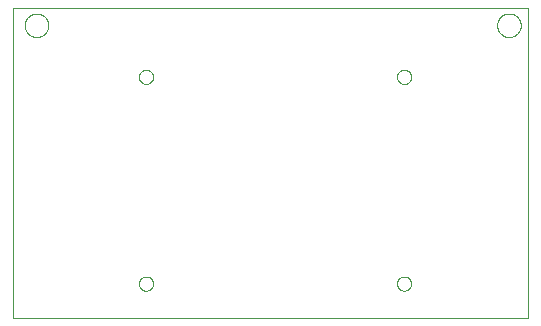
<source format=gbp>
G75*
%MOIN*%
%OFA0B0*%
%FSLAX25Y25*%
%IPPOS*%
%LPD*%
%AMOC8*
5,1,8,0,0,1.08239X$1,22.5*
%
%ADD10C,0.00000*%
D10*
X0003246Y0001374D02*
X0175057Y0001374D01*
X0175057Y0104917D01*
X0003246Y0104917D01*
X0003246Y0001374D01*
X0045246Y0012917D02*
X0045248Y0013014D01*
X0045254Y0013111D01*
X0045264Y0013207D01*
X0045278Y0013303D01*
X0045296Y0013399D01*
X0045317Y0013493D01*
X0045343Y0013587D01*
X0045372Y0013679D01*
X0045406Y0013770D01*
X0045442Y0013860D01*
X0045483Y0013948D01*
X0045527Y0014034D01*
X0045575Y0014119D01*
X0045626Y0014201D01*
X0045680Y0014282D01*
X0045738Y0014360D01*
X0045799Y0014435D01*
X0045862Y0014508D01*
X0045929Y0014579D01*
X0045999Y0014646D01*
X0046071Y0014711D01*
X0046146Y0014772D01*
X0046224Y0014831D01*
X0046303Y0014886D01*
X0046385Y0014938D01*
X0046469Y0014986D01*
X0046555Y0015031D01*
X0046643Y0015073D01*
X0046732Y0015111D01*
X0046823Y0015145D01*
X0046915Y0015175D01*
X0047008Y0015202D01*
X0047103Y0015224D01*
X0047198Y0015243D01*
X0047294Y0015258D01*
X0047390Y0015269D01*
X0047487Y0015276D01*
X0047584Y0015279D01*
X0047681Y0015278D01*
X0047778Y0015273D01*
X0047874Y0015264D01*
X0047970Y0015251D01*
X0048066Y0015234D01*
X0048161Y0015213D01*
X0048254Y0015189D01*
X0048347Y0015160D01*
X0048439Y0015128D01*
X0048529Y0015092D01*
X0048617Y0015053D01*
X0048704Y0015009D01*
X0048789Y0014963D01*
X0048872Y0014912D01*
X0048953Y0014859D01*
X0049031Y0014802D01*
X0049108Y0014742D01*
X0049181Y0014679D01*
X0049252Y0014613D01*
X0049320Y0014544D01*
X0049386Y0014472D01*
X0049448Y0014398D01*
X0049507Y0014321D01*
X0049563Y0014242D01*
X0049616Y0014160D01*
X0049666Y0014077D01*
X0049711Y0013991D01*
X0049754Y0013904D01*
X0049793Y0013815D01*
X0049828Y0013725D01*
X0049859Y0013633D01*
X0049886Y0013540D01*
X0049910Y0013446D01*
X0049930Y0013351D01*
X0049946Y0013255D01*
X0049958Y0013159D01*
X0049966Y0013062D01*
X0049970Y0012965D01*
X0049970Y0012869D01*
X0049966Y0012772D01*
X0049958Y0012675D01*
X0049946Y0012579D01*
X0049930Y0012483D01*
X0049910Y0012388D01*
X0049886Y0012294D01*
X0049859Y0012201D01*
X0049828Y0012109D01*
X0049793Y0012019D01*
X0049754Y0011930D01*
X0049711Y0011843D01*
X0049666Y0011757D01*
X0049616Y0011674D01*
X0049563Y0011592D01*
X0049507Y0011513D01*
X0049448Y0011436D01*
X0049386Y0011362D01*
X0049320Y0011290D01*
X0049252Y0011221D01*
X0049181Y0011155D01*
X0049108Y0011092D01*
X0049031Y0011032D01*
X0048953Y0010975D01*
X0048872Y0010922D01*
X0048789Y0010871D01*
X0048704Y0010825D01*
X0048617Y0010781D01*
X0048529Y0010742D01*
X0048439Y0010706D01*
X0048347Y0010674D01*
X0048254Y0010645D01*
X0048161Y0010621D01*
X0048066Y0010600D01*
X0047970Y0010583D01*
X0047874Y0010570D01*
X0047778Y0010561D01*
X0047681Y0010556D01*
X0047584Y0010555D01*
X0047487Y0010558D01*
X0047390Y0010565D01*
X0047294Y0010576D01*
X0047198Y0010591D01*
X0047103Y0010610D01*
X0047008Y0010632D01*
X0046915Y0010659D01*
X0046823Y0010689D01*
X0046732Y0010723D01*
X0046643Y0010761D01*
X0046555Y0010803D01*
X0046469Y0010848D01*
X0046385Y0010896D01*
X0046303Y0010948D01*
X0046224Y0011003D01*
X0046146Y0011062D01*
X0046071Y0011123D01*
X0045999Y0011188D01*
X0045929Y0011255D01*
X0045862Y0011326D01*
X0045799Y0011399D01*
X0045738Y0011474D01*
X0045680Y0011552D01*
X0045626Y0011633D01*
X0045575Y0011715D01*
X0045527Y0011800D01*
X0045483Y0011886D01*
X0045442Y0011974D01*
X0045406Y0012064D01*
X0045372Y0012155D01*
X0045343Y0012247D01*
X0045317Y0012341D01*
X0045296Y0012435D01*
X0045278Y0012531D01*
X0045264Y0012627D01*
X0045254Y0012723D01*
X0045248Y0012820D01*
X0045246Y0012917D01*
X0131270Y0012917D02*
X0131272Y0013014D01*
X0131278Y0013111D01*
X0131288Y0013207D01*
X0131302Y0013303D01*
X0131320Y0013399D01*
X0131341Y0013493D01*
X0131367Y0013587D01*
X0131396Y0013679D01*
X0131430Y0013770D01*
X0131466Y0013860D01*
X0131507Y0013948D01*
X0131551Y0014034D01*
X0131599Y0014119D01*
X0131650Y0014201D01*
X0131704Y0014282D01*
X0131762Y0014360D01*
X0131823Y0014435D01*
X0131886Y0014508D01*
X0131953Y0014579D01*
X0132023Y0014646D01*
X0132095Y0014711D01*
X0132170Y0014772D01*
X0132248Y0014831D01*
X0132327Y0014886D01*
X0132409Y0014938D01*
X0132493Y0014986D01*
X0132579Y0015031D01*
X0132667Y0015073D01*
X0132756Y0015111D01*
X0132847Y0015145D01*
X0132939Y0015175D01*
X0133032Y0015202D01*
X0133127Y0015224D01*
X0133222Y0015243D01*
X0133318Y0015258D01*
X0133414Y0015269D01*
X0133511Y0015276D01*
X0133608Y0015279D01*
X0133705Y0015278D01*
X0133802Y0015273D01*
X0133898Y0015264D01*
X0133994Y0015251D01*
X0134090Y0015234D01*
X0134185Y0015213D01*
X0134278Y0015189D01*
X0134371Y0015160D01*
X0134463Y0015128D01*
X0134553Y0015092D01*
X0134641Y0015053D01*
X0134728Y0015009D01*
X0134813Y0014963D01*
X0134896Y0014912D01*
X0134977Y0014859D01*
X0135055Y0014802D01*
X0135132Y0014742D01*
X0135205Y0014679D01*
X0135276Y0014613D01*
X0135344Y0014544D01*
X0135410Y0014472D01*
X0135472Y0014398D01*
X0135531Y0014321D01*
X0135587Y0014242D01*
X0135640Y0014160D01*
X0135690Y0014077D01*
X0135735Y0013991D01*
X0135778Y0013904D01*
X0135817Y0013815D01*
X0135852Y0013725D01*
X0135883Y0013633D01*
X0135910Y0013540D01*
X0135934Y0013446D01*
X0135954Y0013351D01*
X0135970Y0013255D01*
X0135982Y0013159D01*
X0135990Y0013062D01*
X0135994Y0012965D01*
X0135994Y0012869D01*
X0135990Y0012772D01*
X0135982Y0012675D01*
X0135970Y0012579D01*
X0135954Y0012483D01*
X0135934Y0012388D01*
X0135910Y0012294D01*
X0135883Y0012201D01*
X0135852Y0012109D01*
X0135817Y0012019D01*
X0135778Y0011930D01*
X0135735Y0011843D01*
X0135690Y0011757D01*
X0135640Y0011674D01*
X0135587Y0011592D01*
X0135531Y0011513D01*
X0135472Y0011436D01*
X0135410Y0011362D01*
X0135344Y0011290D01*
X0135276Y0011221D01*
X0135205Y0011155D01*
X0135132Y0011092D01*
X0135055Y0011032D01*
X0134977Y0010975D01*
X0134896Y0010922D01*
X0134813Y0010871D01*
X0134728Y0010825D01*
X0134641Y0010781D01*
X0134553Y0010742D01*
X0134463Y0010706D01*
X0134371Y0010674D01*
X0134278Y0010645D01*
X0134185Y0010621D01*
X0134090Y0010600D01*
X0133994Y0010583D01*
X0133898Y0010570D01*
X0133802Y0010561D01*
X0133705Y0010556D01*
X0133608Y0010555D01*
X0133511Y0010558D01*
X0133414Y0010565D01*
X0133318Y0010576D01*
X0133222Y0010591D01*
X0133127Y0010610D01*
X0133032Y0010632D01*
X0132939Y0010659D01*
X0132847Y0010689D01*
X0132756Y0010723D01*
X0132667Y0010761D01*
X0132579Y0010803D01*
X0132493Y0010848D01*
X0132409Y0010896D01*
X0132327Y0010948D01*
X0132248Y0011003D01*
X0132170Y0011062D01*
X0132095Y0011123D01*
X0132023Y0011188D01*
X0131953Y0011255D01*
X0131886Y0011326D01*
X0131823Y0011399D01*
X0131762Y0011474D01*
X0131704Y0011552D01*
X0131650Y0011633D01*
X0131599Y0011715D01*
X0131551Y0011800D01*
X0131507Y0011886D01*
X0131466Y0011974D01*
X0131430Y0012064D01*
X0131396Y0012155D01*
X0131367Y0012247D01*
X0131341Y0012341D01*
X0131320Y0012435D01*
X0131302Y0012531D01*
X0131288Y0012627D01*
X0131278Y0012723D01*
X0131272Y0012820D01*
X0131270Y0012917D01*
X0131270Y0081815D02*
X0131272Y0081912D01*
X0131278Y0082009D01*
X0131288Y0082105D01*
X0131302Y0082201D01*
X0131320Y0082297D01*
X0131341Y0082391D01*
X0131367Y0082485D01*
X0131396Y0082577D01*
X0131430Y0082668D01*
X0131466Y0082758D01*
X0131507Y0082846D01*
X0131551Y0082932D01*
X0131599Y0083017D01*
X0131650Y0083099D01*
X0131704Y0083180D01*
X0131762Y0083258D01*
X0131823Y0083333D01*
X0131886Y0083406D01*
X0131953Y0083477D01*
X0132023Y0083544D01*
X0132095Y0083609D01*
X0132170Y0083670D01*
X0132248Y0083729D01*
X0132327Y0083784D01*
X0132409Y0083836D01*
X0132493Y0083884D01*
X0132579Y0083929D01*
X0132667Y0083971D01*
X0132756Y0084009D01*
X0132847Y0084043D01*
X0132939Y0084073D01*
X0133032Y0084100D01*
X0133127Y0084122D01*
X0133222Y0084141D01*
X0133318Y0084156D01*
X0133414Y0084167D01*
X0133511Y0084174D01*
X0133608Y0084177D01*
X0133705Y0084176D01*
X0133802Y0084171D01*
X0133898Y0084162D01*
X0133994Y0084149D01*
X0134090Y0084132D01*
X0134185Y0084111D01*
X0134278Y0084087D01*
X0134371Y0084058D01*
X0134463Y0084026D01*
X0134553Y0083990D01*
X0134641Y0083951D01*
X0134728Y0083907D01*
X0134813Y0083861D01*
X0134896Y0083810D01*
X0134977Y0083757D01*
X0135055Y0083700D01*
X0135132Y0083640D01*
X0135205Y0083577D01*
X0135276Y0083511D01*
X0135344Y0083442D01*
X0135410Y0083370D01*
X0135472Y0083296D01*
X0135531Y0083219D01*
X0135587Y0083140D01*
X0135640Y0083058D01*
X0135690Y0082975D01*
X0135735Y0082889D01*
X0135778Y0082802D01*
X0135817Y0082713D01*
X0135852Y0082623D01*
X0135883Y0082531D01*
X0135910Y0082438D01*
X0135934Y0082344D01*
X0135954Y0082249D01*
X0135970Y0082153D01*
X0135982Y0082057D01*
X0135990Y0081960D01*
X0135994Y0081863D01*
X0135994Y0081767D01*
X0135990Y0081670D01*
X0135982Y0081573D01*
X0135970Y0081477D01*
X0135954Y0081381D01*
X0135934Y0081286D01*
X0135910Y0081192D01*
X0135883Y0081099D01*
X0135852Y0081007D01*
X0135817Y0080917D01*
X0135778Y0080828D01*
X0135735Y0080741D01*
X0135690Y0080655D01*
X0135640Y0080572D01*
X0135587Y0080490D01*
X0135531Y0080411D01*
X0135472Y0080334D01*
X0135410Y0080260D01*
X0135344Y0080188D01*
X0135276Y0080119D01*
X0135205Y0080053D01*
X0135132Y0079990D01*
X0135055Y0079930D01*
X0134977Y0079873D01*
X0134896Y0079820D01*
X0134813Y0079769D01*
X0134728Y0079723D01*
X0134641Y0079679D01*
X0134553Y0079640D01*
X0134463Y0079604D01*
X0134371Y0079572D01*
X0134278Y0079543D01*
X0134185Y0079519D01*
X0134090Y0079498D01*
X0133994Y0079481D01*
X0133898Y0079468D01*
X0133802Y0079459D01*
X0133705Y0079454D01*
X0133608Y0079453D01*
X0133511Y0079456D01*
X0133414Y0079463D01*
X0133318Y0079474D01*
X0133222Y0079489D01*
X0133127Y0079508D01*
X0133032Y0079530D01*
X0132939Y0079557D01*
X0132847Y0079587D01*
X0132756Y0079621D01*
X0132667Y0079659D01*
X0132579Y0079701D01*
X0132493Y0079746D01*
X0132409Y0079794D01*
X0132327Y0079846D01*
X0132248Y0079901D01*
X0132170Y0079960D01*
X0132095Y0080021D01*
X0132023Y0080086D01*
X0131953Y0080153D01*
X0131886Y0080224D01*
X0131823Y0080297D01*
X0131762Y0080372D01*
X0131704Y0080450D01*
X0131650Y0080531D01*
X0131599Y0080613D01*
X0131551Y0080698D01*
X0131507Y0080784D01*
X0131466Y0080872D01*
X0131430Y0080962D01*
X0131396Y0081053D01*
X0131367Y0081145D01*
X0131341Y0081239D01*
X0131320Y0081333D01*
X0131302Y0081429D01*
X0131288Y0081525D01*
X0131278Y0081621D01*
X0131272Y0081718D01*
X0131270Y0081815D01*
X0164663Y0099012D02*
X0164665Y0099137D01*
X0164671Y0099262D01*
X0164681Y0099386D01*
X0164695Y0099510D01*
X0164712Y0099634D01*
X0164734Y0099757D01*
X0164760Y0099879D01*
X0164789Y0100001D01*
X0164822Y0100121D01*
X0164860Y0100240D01*
X0164900Y0100359D01*
X0164945Y0100475D01*
X0164993Y0100590D01*
X0165045Y0100704D01*
X0165101Y0100816D01*
X0165160Y0100926D01*
X0165222Y0101034D01*
X0165288Y0101141D01*
X0165357Y0101245D01*
X0165430Y0101346D01*
X0165505Y0101446D01*
X0165584Y0101543D01*
X0165666Y0101637D01*
X0165751Y0101729D01*
X0165838Y0101818D01*
X0165929Y0101904D01*
X0166022Y0101987D01*
X0166118Y0102068D01*
X0166216Y0102145D01*
X0166316Y0102219D01*
X0166419Y0102290D01*
X0166524Y0102357D01*
X0166632Y0102422D01*
X0166741Y0102482D01*
X0166852Y0102540D01*
X0166965Y0102593D01*
X0167079Y0102643D01*
X0167195Y0102690D01*
X0167312Y0102732D01*
X0167431Y0102771D01*
X0167551Y0102807D01*
X0167672Y0102838D01*
X0167794Y0102866D01*
X0167916Y0102889D01*
X0168040Y0102909D01*
X0168164Y0102925D01*
X0168288Y0102937D01*
X0168413Y0102945D01*
X0168538Y0102949D01*
X0168662Y0102949D01*
X0168787Y0102945D01*
X0168912Y0102937D01*
X0169036Y0102925D01*
X0169160Y0102909D01*
X0169284Y0102889D01*
X0169406Y0102866D01*
X0169528Y0102838D01*
X0169649Y0102807D01*
X0169769Y0102771D01*
X0169888Y0102732D01*
X0170005Y0102690D01*
X0170121Y0102643D01*
X0170235Y0102593D01*
X0170348Y0102540D01*
X0170459Y0102482D01*
X0170569Y0102422D01*
X0170676Y0102357D01*
X0170781Y0102290D01*
X0170884Y0102219D01*
X0170984Y0102145D01*
X0171082Y0102068D01*
X0171178Y0101987D01*
X0171271Y0101904D01*
X0171362Y0101818D01*
X0171449Y0101729D01*
X0171534Y0101637D01*
X0171616Y0101543D01*
X0171695Y0101446D01*
X0171770Y0101346D01*
X0171843Y0101245D01*
X0171912Y0101141D01*
X0171978Y0101034D01*
X0172040Y0100926D01*
X0172099Y0100816D01*
X0172155Y0100704D01*
X0172207Y0100590D01*
X0172255Y0100475D01*
X0172300Y0100359D01*
X0172340Y0100240D01*
X0172378Y0100121D01*
X0172411Y0100001D01*
X0172440Y0099879D01*
X0172466Y0099757D01*
X0172488Y0099634D01*
X0172505Y0099510D01*
X0172519Y0099386D01*
X0172529Y0099262D01*
X0172535Y0099137D01*
X0172537Y0099012D01*
X0172535Y0098887D01*
X0172529Y0098762D01*
X0172519Y0098638D01*
X0172505Y0098514D01*
X0172488Y0098390D01*
X0172466Y0098267D01*
X0172440Y0098145D01*
X0172411Y0098023D01*
X0172378Y0097903D01*
X0172340Y0097784D01*
X0172300Y0097665D01*
X0172255Y0097549D01*
X0172207Y0097434D01*
X0172155Y0097320D01*
X0172099Y0097208D01*
X0172040Y0097098D01*
X0171978Y0096990D01*
X0171912Y0096883D01*
X0171843Y0096779D01*
X0171770Y0096678D01*
X0171695Y0096578D01*
X0171616Y0096481D01*
X0171534Y0096387D01*
X0171449Y0096295D01*
X0171362Y0096206D01*
X0171271Y0096120D01*
X0171178Y0096037D01*
X0171082Y0095956D01*
X0170984Y0095879D01*
X0170884Y0095805D01*
X0170781Y0095734D01*
X0170676Y0095667D01*
X0170568Y0095602D01*
X0170459Y0095542D01*
X0170348Y0095484D01*
X0170235Y0095431D01*
X0170121Y0095381D01*
X0170005Y0095334D01*
X0169888Y0095292D01*
X0169769Y0095253D01*
X0169649Y0095217D01*
X0169528Y0095186D01*
X0169406Y0095158D01*
X0169284Y0095135D01*
X0169160Y0095115D01*
X0169036Y0095099D01*
X0168912Y0095087D01*
X0168787Y0095079D01*
X0168662Y0095075D01*
X0168538Y0095075D01*
X0168413Y0095079D01*
X0168288Y0095087D01*
X0168164Y0095099D01*
X0168040Y0095115D01*
X0167916Y0095135D01*
X0167794Y0095158D01*
X0167672Y0095186D01*
X0167551Y0095217D01*
X0167431Y0095253D01*
X0167312Y0095292D01*
X0167195Y0095334D01*
X0167079Y0095381D01*
X0166965Y0095431D01*
X0166852Y0095484D01*
X0166741Y0095542D01*
X0166631Y0095602D01*
X0166524Y0095667D01*
X0166419Y0095734D01*
X0166316Y0095805D01*
X0166216Y0095879D01*
X0166118Y0095956D01*
X0166022Y0096037D01*
X0165929Y0096120D01*
X0165838Y0096206D01*
X0165751Y0096295D01*
X0165666Y0096387D01*
X0165584Y0096481D01*
X0165505Y0096578D01*
X0165430Y0096678D01*
X0165357Y0096779D01*
X0165288Y0096883D01*
X0165222Y0096990D01*
X0165160Y0097098D01*
X0165101Y0097208D01*
X0165045Y0097320D01*
X0164993Y0097434D01*
X0164945Y0097549D01*
X0164900Y0097665D01*
X0164860Y0097784D01*
X0164822Y0097903D01*
X0164789Y0098023D01*
X0164760Y0098145D01*
X0164734Y0098267D01*
X0164712Y0098390D01*
X0164695Y0098514D01*
X0164681Y0098638D01*
X0164671Y0098762D01*
X0164665Y0098887D01*
X0164663Y0099012D01*
X0045246Y0081815D02*
X0045248Y0081912D01*
X0045254Y0082009D01*
X0045264Y0082105D01*
X0045278Y0082201D01*
X0045296Y0082297D01*
X0045317Y0082391D01*
X0045343Y0082485D01*
X0045372Y0082577D01*
X0045406Y0082668D01*
X0045442Y0082758D01*
X0045483Y0082846D01*
X0045527Y0082932D01*
X0045575Y0083017D01*
X0045626Y0083099D01*
X0045680Y0083180D01*
X0045738Y0083258D01*
X0045799Y0083333D01*
X0045862Y0083406D01*
X0045929Y0083477D01*
X0045999Y0083544D01*
X0046071Y0083609D01*
X0046146Y0083670D01*
X0046224Y0083729D01*
X0046303Y0083784D01*
X0046385Y0083836D01*
X0046469Y0083884D01*
X0046555Y0083929D01*
X0046643Y0083971D01*
X0046732Y0084009D01*
X0046823Y0084043D01*
X0046915Y0084073D01*
X0047008Y0084100D01*
X0047103Y0084122D01*
X0047198Y0084141D01*
X0047294Y0084156D01*
X0047390Y0084167D01*
X0047487Y0084174D01*
X0047584Y0084177D01*
X0047681Y0084176D01*
X0047778Y0084171D01*
X0047874Y0084162D01*
X0047970Y0084149D01*
X0048066Y0084132D01*
X0048161Y0084111D01*
X0048254Y0084087D01*
X0048347Y0084058D01*
X0048439Y0084026D01*
X0048529Y0083990D01*
X0048617Y0083951D01*
X0048704Y0083907D01*
X0048789Y0083861D01*
X0048872Y0083810D01*
X0048953Y0083757D01*
X0049031Y0083700D01*
X0049108Y0083640D01*
X0049181Y0083577D01*
X0049252Y0083511D01*
X0049320Y0083442D01*
X0049386Y0083370D01*
X0049448Y0083296D01*
X0049507Y0083219D01*
X0049563Y0083140D01*
X0049616Y0083058D01*
X0049666Y0082975D01*
X0049711Y0082889D01*
X0049754Y0082802D01*
X0049793Y0082713D01*
X0049828Y0082623D01*
X0049859Y0082531D01*
X0049886Y0082438D01*
X0049910Y0082344D01*
X0049930Y0082249D01*
X0049946Y0082153D01*
X0049958Y0082057D01*
X0049966Y0081960D01*
X0049970Y0081863D01*
X0049970Y0081767D01*
X0049966Y0081670D01*
X0049958Y0081573D01*
X0049946Y0081477D01*
X0049930Y0081381D01*
X0049910Y0081286D01*
X0049886Y0081192D01*
X0049859Y0081099D01*
X0049828Y0081007D01*
X0049793Y0080917D01*
X0049754Y0080828D01*
X0049711Y0080741D01*
X0049666Y0080655D01*
X0049616Y0080572D01*
X0049563Y0080490D01*
X0049507Y0080411D01*
X0049448Y0080334D01*
X0049386Y0080260D01*
X0049320Y0080188D01*
X0049252Y0080119D01*
X0049181Y0080053D01*
X0049108Y0079990D01*
X0049031Y0079930D01*
X0048953Y0079873D01*
X0048872Y0079820D01*
X0048789Y0079769D01*
X0048704Y0079723D01*
X0048617Y0079679D01*
X0048529Y0079640D01*
X0048439Y0079604D01*
X0048347Y0079572D01*
X0048254Y0079543D01*
X0048161Y0079519D01*
X0048066Y0079498D01*
X0047970Y0079481D01*
X0047874Y0079468D01*
X0047778Y0079459D01*
X0047681Y0079454D01*
X0047584Y0079453D01*
X0047487Y0079456D01*
X0047390Y0079463D01*
X0047294Y0079474D01*
X0047198Y0079489D01*
X0047103Y0079508D01*
X0047008Y0079530D01*
X0046915Y0079557D01*
X0046823Y0079587D01*
X0046732Y0079621D01*
X0046643Y0079659D01*
X0046555Y0079701D01*
X0046469Y0079746D01*
X0046385Y0079794D01*
X0046303Y0079846D01*
X0046224Y0079901D01*
X0046146Y0079960D01*
X0046071Y0080021D01*
X0045999Y0080086D01*
X0045929Y0080153D01*
X0045862Y0080224D01*
X0045799Y0080297D01*
X0045738Y0080372D01*
X0045680Y0080450D01*
X0045626Y0080531D01*
X0045575Y0080613D01*
X0045527Y0080698D01*
X0045483Y0080784D01*
X0045442Y0080872D01*
X0045406Y0080962D01*
X0045372Y0081053D01*
X0045343Y0081145D01*
X0045317Y0081239D01*
X0045296Y0081333D01*
X0045278Y0081429D01*
X0045264Y0081525D01*
X0045254Y0081621D01*
X0045248Y0081718D01*
X0045246Y0081815D01*
X0007183Y0099012D02*
X0007185Y0099137D01*
X0007191Y0099262D01*
X0007201Y0099386D01*
X0007215Y0099510D01*
X0007232Y0099634D01*
X0007254Y0099757D01*
X0007280Y0099879D01*
X0007309Y0100001D01*
X0007342Y0100121D01*
X0007380Y0100240D01*
X0007420Y0100359D01*
X0007465Y0100475D01*
X0007513Y0100590D01*
X0007565Y0100704D01*
X0007621Y0100816D01*
X0007680Y0100926D01*
X0007742Y0101034D01*
X0007808Y0101141D01*
X0007877Y0101245D01*
X0007950Y0101346D01*
X0008025Y0101446D01*
X0008104Y0101543D01*
X0008186Y0101637D01*
X0008271Y0101729D01*
X0008358Y0101818D01*
X0008449Y0101904D01*
X0008542Y0101987D01*
X0008638Y0102068D01*
X0008736Y0102145D01*
X0008836Y0102219D01*
X0008939Y0102290D01*
X0009044Y0102357D01*
X0009152Y0102422D01*
X0009261Y0102482D01*
X0009372Y0102540D01*
X0009485Y0102593D01*
X0009599Y0102643D01*
X0009715Y0102690D01*
X0009832Y0102732D01*
X0009951Y0102771D01*
X0010071Y0102807D01*
X0010192Y0102838D01*
X0010314Y0102866D01*
X0010436Y0102889D01*
X0010560Y0102909D01*
X0010684Y0102925D01*
X0010808Y0102937D01*
X0010933Y0102945D01*
X0011058Y0102949D01*
X0011182Y0102949D01*
X0011307Y0102945D01*
X0011432Y0102937D01*
X0011556Y0102925D01*
X0011680Y0102909D01*
X0011804Y0102889D01*
X0011926Y0102866D01*
X0012048Y0102838D01*
X0012169Y0102807D01*
X0012289Y0102771D01*
X0012408Y0102732D01*
X0012525Y0102690D01*
X0012641Y0102643D01*
X0012755Y0102593D01*
X0012868Y0102540D01*
X0012979Y0102482D01*
X0013089Y0102422D01*
X0013196Y0102357D01*
X0013301Y0102290D01*
X0013404Y0102219D01*
X0013504Y0102145D01*
X0013602Y0102068D01*
X0013698Y0101987D01*
X0013791Y0101904D01*
X0013882Y0101818D01*
X0013969Y0101729D01*
X0014054Y0101637D01*
X0014136Y0101543D01*
X0014215Y0101446D01*
X0014290Y0101346D01*
X0014363Y0101245D01*
X0014432Y0101141D01*
X0014498Y0101034D01*
X0014560Y0100926D01*
X0014619Y0100816D01*
X0014675Y0100704D01*
X0014727Y0100590D01*
X0014775Y0100475D01*
X0014820Y0100359D01*
X0014860Y0100240D01*
X0014898Y0100121D01*
X0014931Y0100001D01*
X0014960Y0099879D01*
X0014986Y0099757D01*
X0015008Y0099634D01*
X0015025Y0099510D01*
X0015039Y0099386D01*
X0015049Y0099262D01*
X0015055Y0099137D01*
X0015057Y0099012D01*
X0015055Y0098887D01*
X0015049Y0098762D01*
X0015039Y0098638D01*
X0015025Y0098514D01*
X0015008Y0098390D01*
X0014986Y0098267D01*
X0014960Y0098145D01*
X0014931Y0098023D01*
X0014898Y0097903D01*
X0014860Y0097784D01*
X0014820Y0097665D01*
X0014775Y0097549D01*
X0014727Y0097434D01*
X0014675Y0097320D01*
X0014619Y0097208D01*
X0014560Y0097098D01*
X0014498Y0096990D01*
X0014432Y0096883D01*
X0014363Y0096779D01*
X0014290Y0096678D01*
X0014215Y0096578D01*
X0014136Y0096481D01*
X0014054Y0096387D01*
X0013969Y0096295D01*
X0013882Y0096206D01*
X0013791Y0096120D01*
X0013698Y0096037D01*
X0013602Y0095956D01*
X0013504Y0095879D01*
X0013404Y0095805D01*
X0013301Y0095734D01*
X0013196Y0095667D01*
X0013088Y0095602D01*
X0012979Y0095542D01*
X0012868Y0095484D01*
X0012755Y0095431D01*
X0012641Y0095381D01*
X0012525Y0095334D01*
X0012408Y0095292D01*
X0012289Y0095253D01*
X0012169Y0095217D01*
X0012048Y0095186D01*
X0011926Y0095158D01*
X0011804Y0095135D01*
X0011680Y0095115D01*
X0011556Y0095099D01*
X0011432Y0095087D01*
X0011307Y0095079D01*
X0011182Y0095075D01*
X0011058Y0095075D01*
X0010933Y0095079D01*
X0010808Y0095087D01*
X0010684Y0095099D01*
X0010560Y0095115D01*
X0010436Y0095135D01*
X0010314Y0095158D01*
X0010192Y0095186D01*
X0010071Y0095217D01*
X0009951Y0095253D01*
X0009832Y0095292D01*
X0009715Y0095334D01*
X0009599Y0095381D01*
X0009485Y0095431D01*
X0009372Y0095484D01*
X0009261Y0095542D01*
X0009151Y0095602D01*
X0009044Y0095667D01*
X0008939Y0095734D01*
X0008836Y0095805D01*
X0008736Y0095879D01*
X0008638Y0095956D01*
X0008542Y0096037D01*
X0008449Y0096120D01*
X0008358Y0096206D01*
X0008271Y0096295D01*
X0008186Y0096387D01*
X0008104Y0096481D01*
X0008025Y0096578D01*
X0007950Y0096678D01*
X0007877Y0096779D01*
X0007808Y0096883D01*
X0007742Y0096990D01*
X0007680Y0097098D01*
X0007621Y0097208D01*
X0007565Y0097320D01*
X0007513Y0097434D01*
X0007465Y0097549D01*
X0007420Y0097665D01*
X0007380Y0097784D01*
X0007342Y0097903D01*
X0007309Y0098023D01*
X0007280Y0098145D01*
X0007254Y0098267D01*
X0007232Y0098390D01*
X0007215Y0098514D01*
X0007201Y0098638D01*
X0007191Y0098762D01*
X0007185Y0098887D01*
X0007183Y0099012D01*
M02*

</source>
